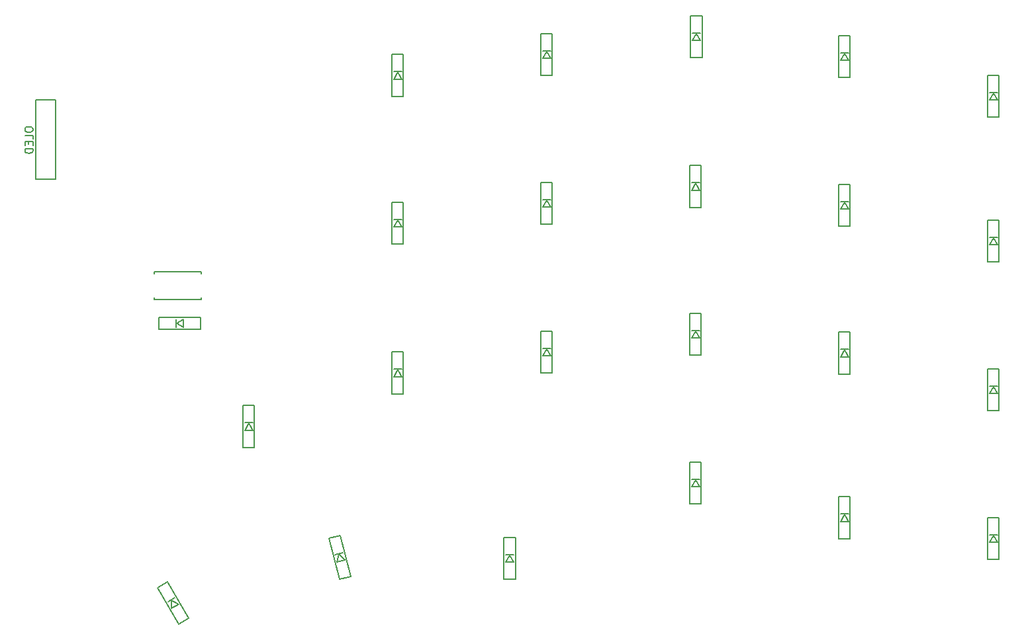
<source format=gbr>
%TF.GenerationSoftware,KiCad,Pcbnew,7.0.10*%
%TF.CreationDate,2024-09-26T01:27:18+09:00*%
%TF.ProjectId,keyboard_denchi_right,6b657962-6f61-4726-945f-64656e636869,rev?*%
%TF.SameCoordinates,Original*%
%TF.FileFunction,Legend,Bot*%
%TF.FilePolarity,Positive*%
%FSLAX46Y46*%
G04 Gerber Fmt 4.6, Leading zero omitted, Abs format (unit mm)*
G04 Created by KiCad (PCBNEW 7.0.10) date 2024-09-26 01:27:18*
%MOMM*%
%LPD*%
G01*
G04 APERTURE LIST*
G04 Aperture macros list*
%AMHorizOval*
0 Thick line with rounded ends*
0 $1 width*
0 $2 $3 position (X,Y) of the first rounded end (center of the circle)*
0 $4 $5 position (X,Y) of the second rounded end (center of the circle)*
0 Add line between two ends*
20,1,$1,$2,$3,$4,$5,0*
0 Add two circle primitives to create the rounded ends*
1,1,$1,$2,$3*
1,1,$1,$4,$5*%
%AMRotRect*
0 Rectangle, with rotation*
0 The origin of the aperture is its center*
0 $1 length*
0 $2 width*
0 $3 Rotation angle, in degrees counterclockwise*
0 Add horizontal line*
21,1,$1,$2,0,0,$3*%
G04 Aperture macros list end*
%ADD10C,0.150000*%
%ADD11R,1.397000X1.397000*%
%ADD12R,0.950000X1.300000*%
%ADD13C,1.397000*%
%ADD14C,1.700000*%
%ADD15C,3.400000*%
%ADD16O,1.600000X1.200000*%
%ADD17C,2.000000*%
%ADD18RotRect,1.397000X1.397000X285.000000*%
%ADD19RotRect,1.300000X0.950000X285.000000*%
%ADD20HorizOval,1.200000X0.193185X0.051764X-0.193185X-0.051764X0*%
%ADD21RotRect,1.397000X1.397000X300.000000*%
%ADD22RotRect,1.300000X0.950000X300.000000*%
%ADD23HorizOval,1.200000X0.173205X0.100000X-0.173205X-0.100000X0*%
%ADD24C,1.500000*%
%ADD25O,2.500000X1.700000*%
%ADD26R,1.300000X0.950000*%
%ADD27C,1.524000*%
G04 APERTURE END LIST*
D10*
X87698819Y-83132619D02*
X87698819Y-83323095D01*
X87698819Y-83323095D02*
X87746438Y-83418333D01*
X87746438Y-83418333D02*
X87841676Y-83513571D01*
X87841676Y-83513571D02*
X88032152Y-83561190D01*
X88032152Y-83561190D02*
X88365485Y-83561190D01*
X88365485Y-83561190D02*
X88555961Y-83513571D01*
X88555961Y-83513571D02*
X88651200Y-83418333D01*
X88651200Y-83418333D02*
X88698819Y-83323095D01*
X88698819Y-83323095D02*
X88698819Y-83132619D01*
X88698819Y-83132619D02*
X88651200Y-83037381D01*
X88651200Y-83037381D02*
X88555961Y-82942143D01*
X88555961Y-82942143D02*
X88365485Y-82894524D01*
X88365485Y-82894524D02*
X88032152Y-82894524D01*
X88032152Y-82894524D02*
X87841676Y-82942143D01*
X87841676Y-82942143D02*
X87746438Y-83037381D01*
X87746438Y-83037381D02*
X87698819Y-83132619D01*
X88698819Y-84465952D02*
X88698819Y-83989762D01*
X88698819Y-83989762D02*
X87698819Y-83989762D01*
X88175009Y-84799286D02*
X88175009Y-85132619D01*
X88698819Y-85275476D02*
X88698819Y-84799286D01*
X88698819Y-84799286D02*
X87698819Y-84799286D01*
X87698819Y-84799286D02*
X87698819Y-85275476D01*
X88698819Y-85704048D02*
X87698819Y-85704048D01*
X87698819Y-85704048D02*
X87698819Y-85942143D01*
X87698819Y-85942143D02*
X87746438Y-86085000D01*
X87746438Y-86085000D02*
X87841676Y-86180238D01*
X87841676Y-86180238D02*
X87936914Y-86227857D01*
X87936914Y-86227857D02*
X88127390Y-86275476D01*
X88127390Y-86275476D02*
X88270247Y-86275476D01*
X88270247Y-86275476D02*
X88460723Y-86227857D01*
X88460723Y-86227857D02*
X88555961Y-86180238D01*
X88555961Y-86180238D02*
X88651200Y-86085000D01*
X88651200Y-86085000D02*
X88698819Y-85942143D01*
X88698819Y-85942143D02*
X88698819Y-85704048D01*
%TO.C,rD15*%
X136106000Y-111703000D02*
X134606000Y-111703000D01*
X134606000Y-111703000D02*
X134606000Y-117103000D01*
X135856000Y-113903000D02*
X134856000Y-113903000D01*
X135356000Y-114003000D02*
X135856000Y-114903000D01*
X135856000Y-114903000D02*
X134856000Y-114903000D01*
X134856000Y-114903000D02*
X135356000Y-114003000D01*
X136106000Y-117103000D02*
X136106000Y-111703000D01*
X134606000Y-117103000D02*
X136106000Y-117103000D01*
%TO.C,rD4*%
X155156000Y-70936000D02*
X153656000Y-70936000D01*
X153656000Y-70936000D02*
X153656000Y-76336000D01*
X154906000Y-73136000D02*
X153906000Y-73136000D01*
X154406000Y-73236000D02*
X154906000Y-74136000D01*
X154906000Y-74136000D02*
X153906000Y-74136000D01*
X153906000Y-74136000D02*
X154406000Y-73236000D01*
X155156000Y-76336000D02*
X155156000Y-70936000D01*
X153656000Y-76336000D02*
X155156000Y-76336000D01*
%TO.C,rD19*%
X174206000Y-125800000D02*
X172706000Y-125800000D01*
X172706000Y-125800000D02*
X172706000Y-131200000D01*
X173956000Y-128000000D02*
X172956000Y-128000000D01*
X173456000Y-128100000D02*
X173956000Y-129000000D01*
X173956000Y-129000000D02*
X172956000Y-129000000D01*
X172956000Y-129000000D02*
X173456000Y-128100000D01*
X174206000Y-131200000D02*
X174206000Y-125800000D01*
X172706000Y-131200000D02*
X174206000Y-131200000D01*
%TO.C,rD10*%
X136106000Y-92526000D02*
X134606000Y-92526000D01*
X134606000Y-92526000D02*
X134606000Y-97926000D01*
X135856000Y-94726000D02*
X134856000Y-94726000D01*
X135356000Y-94826000D02*
X135856000Y-95726000D01*
X135856000Y-95726000D02*
X134856000Y-95726000D01*
X134856000Y-95726000D02*
X135356000Y-94826000D01*
X136106000Y-97926000D02*
X136106000Y-92526000D01*
X134606000Y-97926000D02*
X136106000Y-97926000D01*
%TO.C,rD13*%
X174206000Y-106750000D02*
X172706000Y-106750000D01*
X172706000Y-106750000D02*
X172706000Y-112150000D01*
X173956000Y-108950000D02*
X172956000Y-108950000D01*
X173456000Y-109050000D02*
X173956000Y-109950000D01*
X173956000Y-109950000D02*
X172956000Y-109950000D01*
X172956000Y-109950000D02*
X173456000Y-109050000D01*
X174206000Y-112150000D02*
X174206000Y-106750000D01*
X172706000Y-112150000D02*
X174206000Y-112150000D01*
%TO.C,rSW23*%
X104235000Y-101477000D02*
X110235000Y-101477000D01*
X104235000Y-101727000D02*
X104235000Y-101477000D01*
X104235000Y-104977000D02*
X104235000Y-104727000D01*
X110235000Y-101477000D02*
X110235000Y-101727000D01*
X110235000Y-104727000D02*
X110235000Y-104977000D01*
X110235000Y-104977000D02*
X104235000Y-104977000D01*
%TO.C,rD8*%
X174206000Y-87827000D02*
X172706000Y-87827000D01*
X172706000Y-87827000D02*
X172706000Y-93227000D01*
X173956000Y-90027000D02*
X172956000Y-90027000D01*
X173456000Y-90127000D02*
X173956000Y-91027000D01*
X173956000Y-91027000D02*
X172956000Y-91027000D01*
X172956000Y-91027000D02*
X173456000Y-90127000D01*
X174206000Y-93227000D02*
X174206000Y-87827000D01*
X172706000Y-93227000D02*
X174206000Y-93227000D01*
%TO.C,rD21*%
X128015633Y-135222886D02*
X126566744Y-135611115D01*
X126566744Y-135611115D02*
X127964367Y-140827114D01*
X128343553Y-137412628D02*
X127377628Y-137671447D01*
X127886472Y-137638630D02*
X128602372Y-138378553D01*
X128602372Y-138378553D02*
X127636447Y-138637372D01*
X127636447Y-138637372D02*
X127886472Y-137638630D01*
X129413256Y-140438885D02*
X128015633Y-135222886D01*
X127964367Y-140827114D02*
X129413256Y-140438885D01*
%TO.C,rD20*%
X150457000Y-135452000D02*
X148957000Y-135452000D01*
X148957000Y-135452000D02*
X148957000Y-140852000D01*
X150207000Y-137652000D02*
X149207000Y-137652000D01*
X149707000Y-137752000D02*
X150207000Y-138652000D01*
X150207000Y-138652000D02*
X149207000Y-138652000D01*
X149207000Y-138652000D02*
X149707000Y-137752000D01*
X150457000Y-140852000D02*
X150457000Y-135452000D01*
X148957000Y-140852000D02*
X150457000Y-140852000D01*
%TO.C,rD7*%
X193256000Y-90240000D02*
X191756000Y-90240000D01*
X191756000Y-90240000D02*
X191756000Y-95640000D01*
X193006000Y-92440000D02*
X192006000Y-92440000D01*
X192506000Y-92540000D02*
X193006000Y-93440000D01*
X193006000Y-93440000D02*
X192006000Y-93440000D01*
X192006000Y-93440000D02*
X192506000Y-92540000D01*
X193256000Y-95640000D02*
X193256000Y-90240000D01*
X191756000Y-95640000D02*
X193256000Y-95640000D01*
%TO.C,rD17*%
X212306000Y-132912000D02*
X210806000Y-132912000D01*
X210806000Y-132912000D02*
X210806000Y-138312000D01*
X212056000Y-135112000D02*
X211056000Y-135112000D01*
X211556000Y-135212000D02*
X212056000Y-136112000D01*
X212056000Y-136112000D02*
X211056000Y-136112000D01*
X211056000Y-136112000D02*
X211556000Y-135212000D01*
X212306000Y-138312000D02*
X212306000Y-132912000D01*
X210806000Y-138312000D02*
X212306000Y-138312000D01*
%TO.C,rD14*%
X155156000Y-109036000D02*
X153656000Y-109036000D01*
X153656000Y-109036000D02*
X153656000Y-114436000D01*
X154906000Y-111236000D02*
X153906000Y-111236000D01*
X154406000Y-111336000D02*
X154906000Y-112236000D01*
X154906000Y-112236000D02*
X153906000Y-112236000D01*
X153906000Y-112236000D02*
X154406000Y-111336000D01*
X155156000Y-114436000D02*
X155156000Y-109036000D01*
X153656000Y-114436000D02*
X155156000Y-114436000D01*
%TO.C,rD2*%
X193256000Y-71190000D02*
X191756000Y-71190000D01*
X191756000Y-71190000D02*
X191756000Y-76590000D01*
X193006000Y-73390000D02*
X192006000Y-73390000D01*
X192506000Y-73490000D02*
X193006000Y-74390000D01*
X193006000Y-74390000D02*
X192006000Y-74390000D01*
X192006000Y-74390000D02*
X192506000Y-73490000D01*
X193256000Y-76590000D02*
X193256000Y-71190000D01*
X191756000Y-76590000D02*
X193256000Y-76590000D01*
%TO.C,rD22*%
X105954354Y-141154566D02*
X104655316Y-141904566D01*
X104655316Y-141904566D02*
X107355316Y-146581104D01*
X106837848Y-143184822D02*
X105971822Y-143684822D01*
X106454835Y-143521425D02*
X107337848Y-144050848D01*
X107337848Y-144050848D02*
X106471822Y-144550848D01*
X106471822Y-144550848D02*
X106454835Y-143521425D01*
X108654354Y-145831104D02*
X105954354Y-141154566D01*
X107355316Y-146581104D02*
X108654354Y-145831104D01*
%TO.C,rOL1*%
X89074000Y-89605000D02*
X89074000Y-79445000D01*
X91614000Y-89605000D02*
X89074000Y-89605000D01*
X89074000Y-79445000D02*
X91614000Y-79445000D01*
X91614000Y-79445000D02*
X91614000Y-89605000D01*
%TO.C,rD6*%
X212306000Y-94812000D02*
X210806000Y-94812000D01*
X210806000Y-94812000D02*
X210806000Y-100212000D01*
X212056000Y-97012000D02*
X211056000Y-97012000D01*
X211556000Y-97112000D02*
X212056000Y-98012000D01*
X212056000Y-98012000D02*
X211056000Y-98012000D01*
X211056000Y-98012000D02*
X211556000Y-97112000D01*
X212306000Y-100212000D02*
X212306000Y-94812000D01*
X210806000Y-100212000D02*
X212306000Y-100212000D01*
%TO.C,rD16*%
X117056000Y-118561000D02*
X115556000Y-118561000D01*
X115556000Y-118561000D02*
X115556000Y-123961000D01*
X116806000Y-120761000D02*
X115806000Y-120761000D01*
X116306000Y-120861000D02*
X116806000Y-121761000D01*
X116806000Y-121761000D02*
X115806000Y-121761000D01*
X115806000Y-121761000D02*
X116306000Y-120861000D01*
X117056000Y-123961000D02*
X117056000Y-118561000D01*
X115556000Y-123961000D02*
X117056000Y-123961000D01*
%TO.C,rD23*%
X104789000Y-107303000D02*
X104789000Y-108803000D01*
X104789000Y-108803000D02*
X110189000Y-108803000D01*
X106989000Y-107553000D02*
X106989000Y-108553000D01*
X107089000Y-108053000D02*
X107989000Y-107553000D01*
X107989000Y-107553000D02*
X107989000Y-108553000D01*
X107989000Y-108553000D02*
X107089000Y-108053000D01*
X110189000Y-107303000D02*
X104789000Y-107303000D01*
X110189000Y-108803000D02*
X110189000Y-107303000D01*
%TO.C,rD3*%
X174333000Y-68650000D02*
X172833000Y-68650000D01*
X172833000Y-68650000D02*
X172833000Y-74050000D01*
X174083000Y-70850000D02*
X173083000Y-70850000D01*
X173583000Y-70950000D02*
X174083000Y-71850000D01*
X174083000Y-71850000D02*
X173083000Y-71850000D01*
X173083000Y-71850000D02*
X173583000Y-70950000D01*
X174333000Y-74050000D02*
X174333000Y-68650000D01*
X172833000Y-74050000D02*
X174333000Y-74050000D01*
%TO.C,rD9*%
X155156000Y-89986000D02*
X153656000Y-89986000D01*
X153656000Y-89986000D02*
X153656000Y-95386000D01*
X154906000Y-92186000D02*
X153906000Y-92186000D01*
X154406000Y-92286000D02*
X154906000Y-93186000D01*
X154906000Y-93186000D02*
X153906000Y-93186000D01*
X153906000Y-93186000D02*
X154406000Y-92286000D01*
X155156000Y-95386000D02*
X155156000Y-89986000D01*
X153656000Y-95386000D02*
X155156000Y-95386000D01*
%TO.C,rD5*%
X136106000Y-73603000D02*
X134606000Y-73603000D01*
X134606000Y-73603000D02*
X134606000Y-79003000D01*
X135856000Y-75803000D02*
X134856000Y-75803000D01*
X135356000Y-75903000D02*
X135856000Y-76803000D01*
X135856000Y-76803000D02*
X134856000Y-76803000D01*
X134856000Y-76803000D02*
X135356000Y-75903000D01*
X136106000Y-79003000D02*
X136106000Y-73603000D01*
X134606000Y-79003000D02*
X136106000Y-79003000D01*
%TO.C,rD18*%
X193256000Y-130245000D02*
X191756000Y-130245000D01*
X191756000Y-130245000D02*
X191756000Y-135645000D01*
X193006000Y-132445000D02*
X192006000Y-132445000D01*
X192506000Y-132545000D02*
X193006000Y-133445000D01*
X193006000Y-133445000D02*
X192006000Y-133445000D01*
X192006000Y-133445000D02*
X192506000Y-132545000D01*
X193256000Y-135645000D02*
X193256000Y-130245000D01*
X191756000Y-135645000D02*
X193256000Y-135645000D01*
%TO.C,rD12*%
X193256000Y-109163000D02*
X191756000Y-109163000D01*
X191756000Y-109163000D02*
X191756000Y-114563000D01*
X193006000Y-111363000D02*
X192006000Y-111363000D01*
X192506000Y-111463000D02*
X193006000Y-112363000D01*
X193006000Y-112363000D02*
X192006000Y-112363000D01*
X192006000Y-112363000D02*
X192506000Y-111463000D01*
X193256000Y-114563000D02*
X193256000Y-109163000D01*
X191756000Y-114563000D02*
X193256000Y-114563000D01*
%TO.C,rD1*%
X212306000Y-76270000D02*
X210806000Y-76270000D01*
X210806000Y-76270000D02*
X210806000Y-81670000D01*
X212056000Y-78470000D02*
X211056000Y-78470000D01*
X211556000Y-78570000D02*
X212056000Y-79470000D01*
X212056000Y-79470000D02*
X211056000Y-79470000D01*
X211056000Y-79470000D02*
X211556000Y-78570000D01*
X212306000Y-81670000D02*
X212306000Y-76270000D01*
X210806000Y-81670000D02*
X212306000Y-81670000D01*
%TO.C,rD11*%
X212306000Y-113862000D02*
X210806000Y-113862000D01*
X210806000Y-113862000D02*
X210806000Y-119262000D01*
X212056000Y-116062000D02*
X211056000Y-116062000D01*
X211556000Y-116162000D02*
X212056000Y-117062000D01*
X212056000Y-117062000D02*
X211056000Y-117062000D01*
X211056000Y-117062000D02*
X211556000Y-116162000D01*
X212306000Y-119262000D02*
X212306000Y-113862000D01*
X210806000Y-119262000D02*
X212306000Y-119262000D01*
%TD*%
%LPC*%
D11*
%TO.C,rD15*%
X135356000Y-110593000D03*
D12*
X135356000Y-112628000D03*
X135356000Y-116178000D03*
D13*
X135356000Y-118213000D03*
%TD*%
D14*
%TO.C,rSW3*%
X159647000Y-71350000D03*
D15*
X165147000Y-71350000D03*
D14*
X170647000Y-71350000D03*
D16*
X160147000Y-75050000D03*
X165147000Y-77250000D03*
%TD*%
D14*
%TO.C,rSW5*%
X121547000Y-76176000D03*
D15*
X127047000Y-76176000D03*
D14*
X132547000Y-76176000D03*
D16*
X122047000Y-79876000D03*
X127047000Y-82076000D03*
%TD*%
D14*
%TO.C,rSW7*%
X178697000Y-92813000D03*
D15*
X184197000Y-92813000D03*
D14*
X189697000Y-92813000D03*
D16*
X179197000Y-96513000D03*
X184197000Y-98713000D03*
%TD*%
D11*
%TO.C,rD4*%
X154406000Y-69826000D03*
D12*
X154406000Y-71861000D03*
X154406000Y-75411000D03*
D13*
X154406000Y-77446000D03*
%TD*%
D11*
%TO.C,rD19*%
X173456000Y-124690000D03*
D12*
X173456000Y-126725000D03*
X173456000Y-130275000D03*
D13*
X173456000Y-132310000D03*
%TD*%
D11*
%TO.C,rD10*%
X135356000Y-91416000D03*
D12*
X135356000Y-93451000D03*
X135356000Y-97001000D03*
D13*
X135356000Y-99036000D03*
%TD*%
D14*
%TO.C,rSW2*%
X178697000Y-73763000D03*
D15*
X184197000Y-73763000D03*
D14*
X189697000Y-73763000D03*
D16*
X179197000Y-77463000D03*
X184197000Y-79663000D03*
%TD*%
D11*
%TO.C,rD13*%
X173456000Y-105640000D03*
D12*
X173456000Y-107675000D03*
X173456000Y-111225000D03*
D13*
X173456000Y-113260000D03*
%TD*%
D17*
%TO.C,rSW23*%
X110485000Y-103227000D03*
X103985000Y-103227000D03*
%TD*%
D11*
%TO.C,rD8*%
X173456000Y-86717000D03*
D12*
X173456000Y-88752000D03*
X173456000Y-92302000D03*
D13*
X173456000Y-94337000D03*
%TD*%
D14*
%TO.C,rSW16*%
X102497000Y-121102000D03*
D15*
X107997000Y-121102000D03*
D14*
X113497000Y-121102000D03*
D16*
X102997000Y-124802000D03*
X107997000Y-127002000D03*
%TD*%
D14*
%TO.C,rSW8*%
X159647000Y-90400000D03*
D15*
X165147000Y-90400000D03*
D14*
X170647000Y-90400000D03*
D16*
X160147000Y-94100000D03*
X165147000Y-96300000D03*
%TD*%
D14*
%TO.C,rSW19*%
X159647000Y-128500000D03*
D15*
X165147000Y-128500000D03*
D14*
X170647000Y-128500000D03*
D16*
X160147000Y-132200000D03*
X165147000Y-134400000D03*
%TD*%
D18*
%TO.C,rD21*%
X127003899Y-134344823D03*
D19*
X127530596Y-136310482D03*
X128449404Y-139739518D03*
D13*
X128976101Y-141705177D03*
%TD*%
D11*
%TO.C,rD20*%
X149707000Y-134342000D03*
D12*
X149707000Y-136377000D03*
X149707000Y-139927000D03*
D13*
X149707000Y-141962000D03*
%TD*%
D14*
%TO.C,rSW4*%
X140597000Y-73636000D03*
D15*
X146097000Y-73636000D03*
D14*
X151597000Y-73636000D03*
D16*
X141097000Y-77336000D03*
X146097000Y-79536000D03*
%TD*%
D14*
%TO.C,rSW21*%
X114626600Y-141752810D03*
D15*
X119939192Y-140329305D03*
D14*
X125251784Y-138905800D03*
D20*
X116067193Y-145197326D03*
X121466224Y-146028267D03*
%TD*%
D11*
%TO.C,rD7*%
X192506000Y-89130000D03*
D12*
X192506000Y-91165000D03*
X192506000Y-94715000D03*
D13*
X192506000Y-96750000D03*
%TD*%
D14*
%TO.C,rSW10*%
X121547000Y-95226000D03*
D15*
X127047000Y-95226000D03*
D14*
X132547000Y-95226000D03*
D16*
X122047000Y-98926000D03*
X127047000Y-101126000D03*
%TD*%
D11*
%TO.C,rD17*%
X211556000Y-131802000D03*
D12*
X211556000Y-133837000D03*
X211556000Y-137387000D03*
D13*
X211556000Y-139422000D03*
%TD*%
D11*
%TO.C,rD14*%
X154406000Y-107926000D03*
D12*
X154406000Y-109961000D03*
X154406000Y-113511000D03*
D13*
X154406000Y-115546000D03*
%TD*%
D11*
%TO.C,rD2*%
X192506000Y-70080000D03*
D12*
X192506000Y-72115000D03*
X192506000Y-75665000D03*
D13*
X192506000Y-77700000D03*
%TD*%
D14*
%TO.C,rSW15*%
X121547000Y-114276000D03*
D15*
X127047000Y-114276000D03*
D14*
X132547000Y-114276000D03*
D16*
X122047000Y-117976000D03*
X127047000Y-120176000D03*
%TD*%
D21*
%TO.C,rD22*%
X104749835Y-140568278D03*
D22*
X105767335Y-142330640D03*
X107542335Y-145405030D03*
D13*
X108559835Y-147167392D03*
%TD*%
D14*
%TO.C,rSW22*%
X94782252Y-150877608D03*
D15*
X99545392Y-148127608D03*
D14*
X104308532Y-145377608D03*
D23*
X97065265Y-153831902D03*
X102495392Y-153237158D03*
%TD*%
D24*
%TO.C,rJ1*%
X88134000Y-105078500D03*
X95134000Y-105078500D03*
D25*
X97934000Y-107478500D03*
X89734000Y-102678500D03*
X92734000Y-102678500D03*
X96734000Y-102678500D03*
%TD*%
D13*
%TO.C,rOL1*%
X90344000Y-88335000D03*
X90344000Y-85795000D03*
X90344000Y-83255000D03*
X90344000Y-80715000D03*
%TD*%
D11*
%TO.C,rD6*%
X211556000Y-93702000D03*
D12*
X211556000Y-95737000D03*
X211556000Y-99287000D03*
D13*
X211556000Y-101322000D03*
%TD*%
D14*
%TO.C,rSW13*%
X159647000Y-109450000D03*
D15*
X165147000Y-109450000D03*
D14*
X170647000Y-109450000D03*
D16*
X160147000Y-113150000D03*
X165147000Y-115350000D03*
%TD*%
D14*
%TO.C,rSW11*%
X197747000Y-116562000D03*
D15*
X203247000Y-116562000D03*
D14*
X208747000Y-116562000D03*
D16*
X198247000Y-120262000D03*
X203247000Y-122462000D03*
%TD*%
D14*
%TO.C,rSW17*%
X197747000Y-135612000D03*
D15*
X203247000Y-135612000D03*
D14*
X208747000Y-135612000D03*
D16*
X198247000Y-139312000D03*
X203247000Y-141512000D03*
%TD*%
D14*
%TO.C,rSW12*%
X178697000Y-111863000D03*
D15*
X184197000Y-111863000D03*
D14*
X189697000Y-111863000D03*
D16*
X179197000Y-115563000D03*
X184197000Y-117763000D03*
%TD*%
D11*
%TO.C,rD16*%
X116306000Y-117451000D03*
D12*
X116306000Y-119486000D03*
X116306000Y-123036000D03*
D13*
X116306000Y-125071000D03*
%TD*%
D11*
%TO.C,rD23*%
X103679000Y-108053000D03*
D26*
X105714000Y-108053000D03*
X109264000Y-108053000D03*
D13*
X111299000Y-108053000D03*
%TD*%
D11*
%TO.C,rD3*%
X173583000Y-67540000D03*
D12*
X173583000Y-69575000D03*
X173583000Y-73125000D03*
D13*
X173583000Y-75160000D03*
%TD*%
D14*
%TO.C,rSW20*%
X135898000Y-138025000D03*
D15*
X141398000Y-138025000D03*
D14*
X146898000Y-138025000D03*
D16*
X136398000Y-141725000D03*
X141398000Y-143925000D03*
%TD*%
D27*
%TO.C,rU1*%
X110156000Y-70334000D03*
X110156000Y-72874000D03*
X110156000Y-75414000D03*
X110156000Y-77954000D03*
X110156000Y-80494000D03*
X110156000Y-83034000D03*
X110156000Y-85574000D03*
X110156000Y-88114000D03*
X110156000Y-90654000D03*
X110156000Y-93194000D03*
X110156000Y-95734000D03*
X110156000Y-98274000D03*
X94916000Y-98274000D03*
X94916000Y-95734000D03*
X94916000Y-93194000D03*
X94916000Y-90654000D03*
X94916000Y-88114000D03*
X94916000Y-85574000D03*
X94916000Y-83034000D03*
X94916000Y-80494000D03*
X94916000Y-77954000D03*
X94916000Y-75414000D03*
X94916000Y-72874000D03*
X94916000Y-70334000D03*
%TD*%
D11*
%TO.C,rD9*%
X154406000Y-88876000D03*
D12*
X154406000Y-90911000D03*
X154406000Y-94461000D03*
D13*
X154406000Y-96496000D03*
%TD*%
D11*
%TO.C,rD5*%
X135356000Y-72493000D03*
D12*
X135356000Y-74528000D03*
X135356000Y-78078000D03*
D13*
X135356000Y-80113000D03*
%TD*%
D11*
%TO.C,rD18*%
X192506000Y-129135000D03*
D12*
X192506000Y-131170000D03*
X192506000Y-134720000D03*
D13*
X192506000Y-136755000D03*
%TD*%
D11*
%TO.C,rD12*%
X192506000Y-108053000D03*
D12*
X192506000Y-110088000D03*
X192506000Y-113638000D03*
D13*
X192506000Y-115673000D03*
%TD*%
D14*
%TO.C,rSW9*%
X140597000Y-92686000D03*
D15*
X146097000Y-92686000D03*
D14*
X151597000Y-92686000D03*
D16*
X141097000Y-96386000D03*
X146097000Y-98586000D03*
%TD*%
D14*
%TO.C,rSW6*%
X197747000Y-97512000D03*
D15*
X203247000Y-97512000D03*
D14*
X208747000Y-97512000D03*
D16*
X198247000Y-101212000D03*
X203247000Y-103412000D03*
%TD*%
D14*
%TO.C,rSW14*%
X140597000Y-111736000D03*
D15*
X146097000Y-111736000D03*
D14*
X151597000Y-111736000D03*
D16*
X141097000Y-115436000D03*
X146097000Y-117636000D03*
%TD*%
D14*
%TO.C,rSW18*%
X178697000Y-130913000D03*
D15*
X184197000Y-130913000D03*
D14*
X189697000Y-130913000D03*
D16*
X179197000Y-134613000D03*
X184197000Y-136813000D03*
%TD*%
D14*
%TO.C,rSW1*%
X197747000Y-78467500D03*
D15*
X203247000Y-78467500D03*
D14*
X208747000Y-78467500D03*
D16*
X198247000Y-82167500D03*
X203247000Y-84367500D03*
%TD*%
D11*
%TO.C,rD1*%
X211556000Y-75160000D03*
D12*
X211556000Y-77195000D03*
X211556000Y-80745000D03*
D13*
X211556000Y-82780000D03*
%TD*%
D11*
%TO.C,rD11*%
X211556000Y-112752000D03*
D12*
X211556000Y-114787000D03*
X211556000Y-118337000D03*
D13*
X211556000Y-120372000D03*
%TD*%
%LPD*%
M02*

</source>
